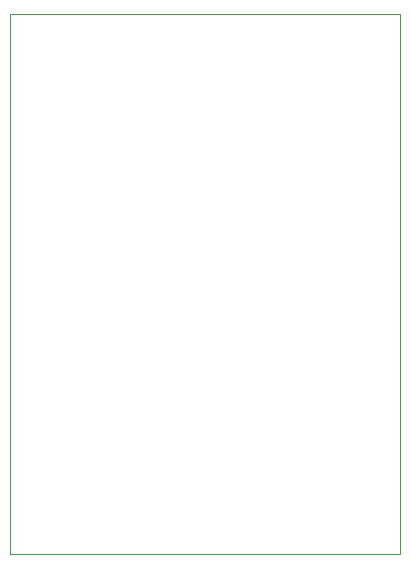
<source format=gbr>
%TF.GenerationSoftware,KiCad,Pcbnew,7.0.7*%
%TF.CreationDate,2023-09-23T14:44:52-07:00*%
%TF.ProjectId,Nitrox_Board,4e697472-6f78-45f4-926f-6172642e6b69,rev?*%
%TF.SameCoordinates,Original*%
%TF.FileFunction,Profile,NP*%
%FSLAX46Y46*%
G04 Gerber Fmt 4.6, Leading zero omitted, Abs format (unit mm)*
G04 Created by KiCad (PCBNEW 7.0.7) date 2023-09-23 14:44:52*
%MOMM*%
%LPD*%
G01*
G04 APERTURE LIST*
%TA.AperFunction,Profile*%
%ADD10C,0.100000*%
%TD*%
G04 APERTURE END LIST*
D10*
X139700000Y-58420000D02*
X172720000Y-58420000D01*
X172720000Y-104140000D01*
X139700000Y-104140000D01*
X139700000Y-58420000D01*
M02*

</source>
